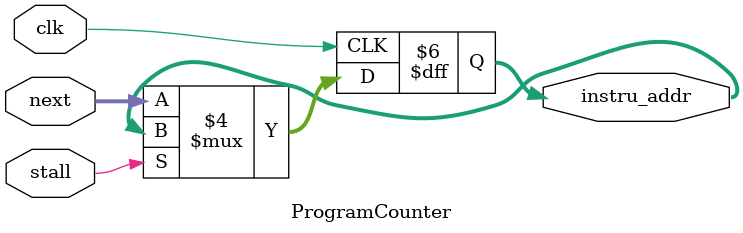
<source format=v>
`timescale 1ns / 1ps


module ProgramCounter(
    input clk,
    input [31:0] next,
    input stall,
    output reg[31:0] instru_addr
    );
    always@(posedge clk)begin
        if(stall == 0) instru_addr=next;
    end
endmodule

</source>
